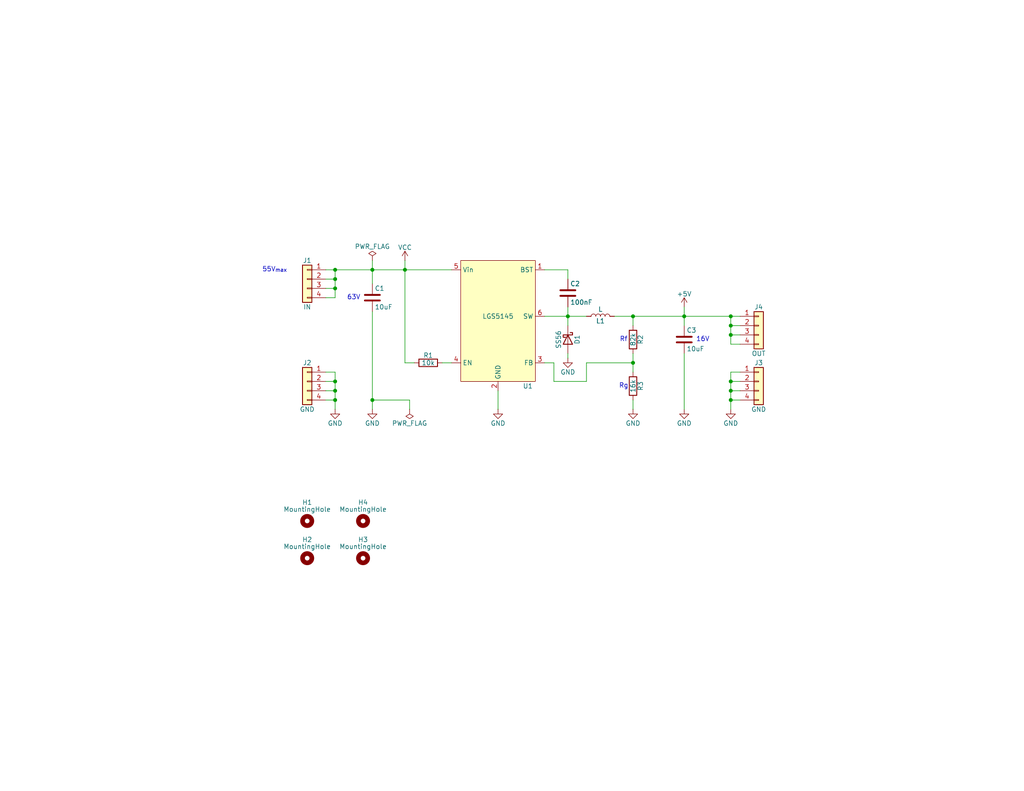
<source format=kicad_sch>
(kicad_sch (version 20231120) (generator "eeschema") (generator_version "8.0")
  (paper "A")
  (title_block (title "LGS5145 DCDC Converter Test Board") (date "2024-03-22") (company "Perry Leaums"))
  (lib_symbols
    (symbol "Connector_Generic:Conn_01x04" (pin_names (offset 1.016) hide)
      (property "Reference" "J" (at 0 5.08 0))
      (property "Value" "Conn_01x04" (at 0 -7.62 0))
      (symbol "Conn_01x04_1_1"
        (rectangle (start -1.27 -4.953) (end 0 -5.207) (stroke (width 0.1524)))
        (rectangle (start -1.27 -2.413) (end 0 -2.667) (stroke (width 0.1524)))
        (rectangle (start -1.27 0.127) (end 0 -0.127) (stroke (width 0.1524)))
        (rectangle (start -1.27 2.667) (end 0 2.413) (stroke (width 0.1524)))
        (rectangle (start -1.27 3.81) (end 1.27 -6.35) (stroke (width 0.254)) (fill (type background)))
        (pin passive line (at -5.08 2.54 0) (length 3.81) (name "Pin_1") (number "1"))
        (pin passive line (at -5.08 0 0) (length 3.81) (name "Pin_2") (number "2"))
        (pin passive line (at -5.08 -2.54 0) (length 3.81) (name "Pin_3") (number "3"))
        (pin passive line (at -5.08 -5.08 0) (length 3.81) (name "Pin_4") (number "4"))
      )
    )
    (symbol "Device:C" (pin_numbers hide) (pin_names (offset 0.254))
      (property "Reference" "C" (at 0.635 2.54 0))
      (property "Value" "C" (at 0.635 -2.54 0))
      (symbol "C_0_1"
        (polyline (pts (xy -2.032 -0.762) (xy 2.032 -0.762)) (stroke (width 0.508)))
        (polyline (pts (xy -2.032 0.762) (xy 2.032 0.762)) (stroke (width 0.508)))
      )
      (symbol "C_1_1"
        (pin passive line (at 0 3.81 270) (length 2.794) (name "~") (number "1"))
        (pin passive line (at 0 -3.81 90) (length 2.794) (name "~") (number "2"))
      )
    )
    (symbol "Device:D_Schottky" (pin_numbers hide) (pin_names (offset 1.016) hide)
      (property "Reference" "D" (at 0 2.54 0))
      (property "Value" "D_Schottky" (at 0 -2.54 0))
      (symbol "D_Schottky_0_1"
        (polyline (pts (xy 1.27 0) (xy -1.27 0)))
        (polyline (pts (xy 1.27 1.27) (xy 1.27 -1.27) (xy -1.27 0) (xy 1.27 1.27)) (stroke (width 0.254)))
        (polyline (pts (xy -1.905 0.635) (xy -1.905 1.27) (xy -1.27 1.27) (xy -1.27 -1.27) (xy -0.635 -1.27) (xy -0.635 -0.635)) (stroke (width 0.254)))
      )
      (symbol "D_Schottky_1_1"
        (pin passive line (at -3.81 0 0) (length 2.54) (name "K") (number "1"))
        (pin passive line (at 3.81 0 180) (length 2.54) (name "A") (number "2"))
      )
    )
    (symbol "Device:L" (pin_numbers hide) (pin_names (offset 1.016) hide)
      (property "Reference" "L" (at -1.27 0 90))
      (property "Value" "L" (at 1.905 0 90))
      (symbol "L_0_1"
        (arc (start 0 -2.54) (mid 0.6323 -1.905) (end 0 -1.27))
        (arc (start 0 -1.27) (mid 0.6323 -0.635) (end 0 0))
        (arc (start 0 0) (mid 0.6323 0.635) (end 0 1.27))
        (arc (start 0 1.27) (mid 0.6323 1.905) (end 0 2.54))
      )
      (symbol "L_1_1"
        (pin passive line (at 0 3.81 270) (length 1.27) (name "1") (number "1"))
        (pin passive line (at 0 -3.81 90) (length 1.27) (name "2") (number "2"))
      )
    )
    (symbol "Device:R" (pin_numbers hide) (pin_names (offset 0))
      (property "Reference" "R" (at 2.032 0 90))
      (property "Value" "R" (at 0 0 90))
      (symbol "R_0_1"
        (rectangle (start -1.016 -2.54) (end 1.016 2.54) (stroke (width 0.254)))
      )
      (symbol "R_1_1"
        (pin passive line (at 0 3.81 270) (length 1.27) (name "~") (number "1"))
        (pin passive line (at 0 -3.81 90) (length 1.27) (name "~") (number "2"))
      )
    )
    (symbol "Mechanical:MountingHole" (pin_names (offset 1.016))
      (property "Reference" "H" (at 0 5.08 0))
      (property "Value" "MountingHole" (at 0 3.175 0))
      (symbol "MountingHole_0_1"
        (circle (center 0 0) (radius 1.27) (stroke (width 1.27)))
      )
    )
    (symbol "pl_dcdc:LGS5145"
      (property "Reference" "U" (at 8.128 -19.05 0))
      (property "Value" "LGS5145" (at 0 0 0))
      (symbol "LGS5145_1_1"
        (rectangle (start -10.16 15.24) (end 10.16 -17.78) (fill (type background)))
        (pin passive line (at 12.7 12.7 180) (length 2.54) (name "BST") (number "1"))
        (pin power_in line (at 0 -20.32 90) (length 2.54) (name "GND") (number "2"))
        (pin input line (at 12.7 -12.7 180) (length 2.54) (name "FB") (number "3"))
        (pin input line (at -12.7 -12.7 0) (length 2.54) (name "EN") (number "4"))
        (pin power_in line (at -12.7 12.7 0) (length 2.54) (name "Vin") (number "5"))
        (pin output line (at 12.7 0 180) (length 2.54) (name "SW") (number "6"))
      )
    )
    (symbol "power:+5V" (power) (pin_numbers hide) (pin_names (offset 0) hide)
      (property "Value" "+5V" (at 0 3.556 0))
      (symbol "+5V_0_1"
        (polyline (pts (xy -0.762 1.27) (xy 0 2.54)))
        (polyline (pts (xy 0 0) (xy 0 2.54)))
        (polyline (pts (xy 0 2.54) (xy 0.762 1.27)))
      )
      (symbol "+5V_1_1"
        (pin power_in line (at 0 0 90) (length 0) (name "~") (number "1"))
      )
    )
    (symbol "power:GND" (power) (pin_numbers hide) (pin_names (offset 0) hide)
      (property "Value" "GND" (at 0 -3.81 0))
      (symbol "GND_0_1"
        (polyline (pts (xy 0 0) (xy 0 -1.27) (xy 1.27 -1.27) (xy 0 -2.54) (xy -1.27 -1.27) (xy 0 -1.27)))
      )
      (symbol "GND_1_1"
        (pin power_in line (at 0 0 270) (length 0) (name "~") (number "1"))
      )
    )
    (symbol "power:PWR_FLAG" (power) (pin_numbers hide) (pin_names (offset 0) hide)
      (property "Value" "PWR_FLAG" (at 0 3.81 0))
      (symbol "PWR_FLAG_0_0"
        (pin power_out line (at 0 0 90) (length 0) (name "~") (number "1"))
      )
      (symbol "PWR_FLAG_0_1"
        (polyline (pts (xy 0 0) (xy 0 1.27) (xy -1.016 1.905) (xy 0 2.54) (xy 1.016 1.905) (xy 0 1.27)))
      )
    )
    (symbol "power:VCC" (power) (pin_numbers hide) (pin_names (offset 0) hide)
      (property "Value" "VCC" (at 0 3.556 0))
      (symbol "VCC_0_1"
        (polyline (pts (xy -0.762 1.27) (xy 0 2.54)))
        (polyline (pts (xy 0 0) (xy 0 2.54)))
        (polyline (pts (xy 0 2.54) (xy 0.762 1.27)))
      )
      (symbol "VCC_1_1"
        (pin power_in line (at 0 0 90) (length 0) (name "~") (number "1"))
      )
    )
  )
  (junction (at 199.39 106.68))
  (junction (at 91.44 78.74))
  (junction (at 101.6 109.22))
  (junction (at 91.44 106.68))
  (junction (at 186.69 86.36))
  (junction (at 91.44 76.2))
  (junction (at 172.72 86.36))
  (junction (at 199.39 109.22))
  (junction (at 110.49 73.66))
  (junction (at 101.6 73.66))
  (junction (at 91.44 73.66))
  (junction (at 91.44 109.22))
  (junction (at 199.39 88.9))
  (junction (at 91.44 104.14))
  (junction (at 172.72 99.06))
  (junction (at 199.39 86.36))
  (junction (at 154.94 86.36))
  (junction (at 199.39 91.44))
  (junction (at 199.39 104.14))
  (wire (pts (xy 160.02 99.06) (xy 172.72 99.06)))
  (wire (pts (xy 88.9 109.22) (xy 91.44 109.22)))
  (wire (pts (xy 135.89 106.68) (xy 135.89 111.76)))
  (wire (pts (xy 186.69 86.36) (xy 199.39 86.36)))
  (wire (pts (xy 110.49 99.06) (xy 110.49 73.66)))
  (wire (pts (xy 154.94 86.36) (xy 160.02 86.36)))
  (wire (pts (xy 91.44 78.74) (xy 91.44 76.2)))
  (wire (pts (xy 172.72 99.06) (xy 172.72 101.6)))
  (wire (pts (xy 101.6 71.12) (xy 101.6 73.66)))
  (wire (pts (xy 113.03 99.06) (xy 110.49 99.06)))
  (wire (pts (xy 167.64 86.36) (xy 172.72 86.36)))
  (wire (pts (xy 186.69 86.36) (xy 186.69 88.9)))
  (wire (pts (xy 91.44 104.14) (xy 91.44 101.6)))
  (wire (pts (xy 199.39 104.14) (xy 201.93 104.14)))
  (wire (pts (xy 91.44 101.6) (xy 88.9 101.6)))
  (wire (pts (xy 199.39 101.6) (xy 201.93 101.6)))
  (wire (pts (xy 199.39 106.68) (xy 201.93 106.68)))
  (wire (pts (xy 91.44 111.76) (xy 91.44 109.22)))
  (wire (pts (xy 160.02 104.14) (xy 160.02 99.06)))
  (wire (pts (xy 199.39 86.36) (xy 199.39 88.9)))
  (wire (pts (xy 199.39 91.44) (xy 201.93 91.44)))
  (wire (pts (xy 154.94 86.36) (xy 154.94 88.9)))
  (wire (pts (xy 199.39 88.9) (xy 201.93 88.9)))
  (wire (pts (xy 91.44 109.22) (xy 91.44 106.68)))
  (wire (pts (xy 148.59 99.06) (xy 151.13 99.06)))
  (wire (pts (xy 120.65 99.06) (xy 123.19 99.06)))
  (wire (pts (xy 88.9 78.74) (xy 91.44 78.74)))
  (wire (pts (xy 111.76 111.76) (xy 111.76 109.22)))
  (wire (pts (xy 154.94 76.2) (xy 154.94 73.66)))
  (wire (pts (xy 91.44 76.2) (xy 91.44 73.66)))
  (wire (pts (xy 199.39 88.9) (xy 199.39 91.44)))
  (wire (pts (xy 199.39 106.68) (xy 199.39 104.14)))
  (wire (pts (xy 186.69 96.52) (xy 186.69 111.76)))
  (wire (pts (xy 91.44 73.66) (xy 101.6 73.66)))
  (wire (pts (xy 199.39 109.22) (xy 199.39 106.68)))
  (wire (pts (xy 101.6 73.66) (xy 110.49 73.66)))
  (wire (pts (xy 91.44 106.68) (xy 91.44 104.14)))
  (wire (pts (xy 110.49 73.66) (xy 123.19 73.66)))
  (wire (pts (xy 111.76 109.22) (xy 101.6 109.22)))
  (wire (pts (xy 101.6 85.09) (xy 101.6 109.22)))
  (wire (pts (xy 199.39 91.44) (xy 199.39 93.98)))
  (wire (pts (xy 201.93 93.98) (xy 199.39 93.98)))
  (wire (pts (xy 88.9 76.2) (xy 91.44 76.2)))
  (wire (pts (xy 101.6 109.22) (xy 101.6 111.76)))
  (wire (pts (xy 154.94 73.66) (xy 148.59 73.66)))
  (wire (pts (xy 199.39 104.14) (xy 199.39 101.6)))
  (wire (pts (xy 101.6 77.47) (xy 101.6 73.66)))
  (wire (pts (xy 148.59 86.36) (xy 154.94 86.36)))
  (wire (pts (xy 172.72 86.36) (xy 172.72 88.9)))
  (wire (pts (xy 172.72 96.52) (xy 172.72 99.06)))
  (wire (pts (xy 154.94 96.52) (xy 154.94 97.79)))
  (wire (pts (xy 199.39 111.76) (xy 199.39 109.22)))
  (wire (pts (xy 199.39 86.36) (xy 201.93 86.36)))
  (wire (pts (xy 110.49 71.12) (xy 110.49 73.66)))
  (wire (pts (xy 172.72 109.22) (xy 172.72 111.76)))
  (wire (pts (xy 88.9 106.68) (xy 91.44 106.68)))
  (wire (pts (xy 154.94 83.82) (xy 154.94 86.36)))
  (wire (pts (xy 88.9 104.14) (xy 91.44 104.14)))
  (wire (pts (xy 91.44 81.28) (xy 91.44 78.74)))
  (wire (pts (xy 88.9 73.66) (xy 91.44 73.66)))
  (wire (pts (xy 199.39 109.22) (xy 201.93 109.22)))
  (wire (pts (xy 151.13 104.14) (xy 160.02 104.14)))
  (wire (pts (xy 151.13 99.06) (xy 151.13 104.14)))
  (wire (pts (xy 186.69 83.82) (xy 186.69 86.36)))
  (wire (pts (xy 88.9 81.28) (xy 91.44 81.28)))
  (wire (pts (xy 172.72 86.36) (xy 186.69 86.36)))
  (text "55V_{max}" (at 74.93 73.66 0) (effects (font (size 1.27 1.27))))
  (text "Rg" (at 170.18 105.41 0) (effects (font (size 1.27 1.27))))
  (text "Rf" (at 170.18 92.71 0) (effects (font (size 1.27 1.27))))
  (text "63V" (at 96.52 81.28 0) (effects (font (size 1.27 1.27))))
  (text "16V" (at 191.77 92.71 0) (effects (font (size 1.27 1.27))))
  (symbol (lib_id "Device:C") (at 101.6 81.28 0) (unit 1)
    (property "Reference" "C1" (at 102.235 78.74 0) (effects (justify left)))
    (property "Value" "10uF" (at 102.235 83.82 0) (effects (justify left)))
    (property "Footprint" "Capacitor_SMD:C_1210_3225Metric_Pad1.33x2.70mm_HandSolder" (effects (hide yes)))
    (property "Description" "Unpolarized capacitor" (effects (hide yes)))
  )
  (symbol (lib_id "power:+5V") (at 186.69 83.82 0) (unit 1)
    (property "Reference" "#PWR08" (effects (hide yes)))
    (property "Value" "+5V" (at 186.69 80.264 0))
    (property "Description" "Power symbol creates a global label with name \"+5V\"" (effects (hide yes)))
  )
  (symbol (lib_id "Connector_Generic:Conn_01x04") (at 83.82 76.2 0) (mirror y) (unit 1)
    (property "Reference" "J1" (at 83.82 71.12 0))
    (property "Value" "IN" (at 83.82 83.82 0))
    (property "Footprint" "pl_mill:PinHeader_1x04_P2.54mm_Vertical" (effects (hide yes)))
    (property "Description" "Generic connector, single row, 01x04, script generated (kicad-library-utils/schlib/autogen/connector/)" (effects (hide yes)))
  )
  (symbol (lib_id "Device:C") (at 154.94 80.01 0) (unit 1)
    (property "Reference" "C2" (at 155.575 77.47 0) (effects (justify left)))
    (property "Value" "100nF" (at 155.575 82.55 0) (effects (justify left)))
    (property "Footprint" "Capacitor_SMD:C_0805_2012Metric_Pad1.18x1.45mm_HandSolder" (effects (hide yes)))
    (property "Description" "Unpolarized capacitor" (effects (hide yes)))
  )
  (symbol (lib_id "power:VCC") (at 110.49 71.12 0) (unit 1)
    (property "Reference" "#PWR09" (effects (hide yes)))
    (property "Value" "VCC" (at 110.49 67.564 0))
    (property "Description" "Power symbol creates a global label with name \"VCC\"" (effects (hide yes)))
  )
  (symbol (lib_id "power:GND") (at 186.69 111.76 0) (unit 1)
    (property "Reference" "#PWR07" (effects (hide yes)))
    (property "Value" "GND" (at 186.69 115.57 0))
    (property "Description" "Power symbol creates a global label with name \"GND\" , ground" (effects (hide yes)))
  )
  (symbol (lib_id "power:GND") (at 154.94 97.79 0) (unit 1)
    (property "Reference" "#PWR05" (effects (hide yes)))
    (property "Value" "GND" (at 154.94 101.6 0))
    (property "Description" "Power symbol creates a global label with name \"GND\" , ground" (effects (hide yes)))
  )
  (symbol (lib_id "power:GND") (at 91.44 111.76 0) (unit 1)
    (property "Reference" "#PWR03" (effects (hide yes)))
    (property "Value" "GND" (at 91.44 115.57 0))
    (property "Description" "Power symbol creates a global label with name \"GND\" , ground" (effects (hide yes)))
  )
  (symbol (lib_id "power:PWR_FLAG") (at 101.6 71.12 0) (unit 1)
    (property "Reference" "#FLG01" (effects (hide yes)))
    (property "Value" "PWR_FLAG" (at 101.6 67.31 0))
    (property "Description" "Special symbol for telling ERC where power comes from" (effects (hide yes)))
  )
  (symbol (lib_id "pl_dcdc:LGS5145") (at 135.89 86.36 0) (unit 1)
    (property "Reference" "U1" (at 144.018 105.41 0))
    (property "Value" "LGS5145" (at 135.89 86.36 0))
    (property "Footprint" "Package_TO_SOT_SMD:SOT-23-6" (effects (hide yes)))
  )
  (symbol (lib_id "Connector_Generic:Conn_01x04") (at 83.82 104.14 0) (mirror y) (unit 1)
    (property "Reference" "J2" (at 83.82 99.06 0))
    (property "Value" "GND" (at 83.82 111.76 0))
    (property "Footprint" "pl_mill:PinHeader_1x04_P2.54mm_Vertical" (effects (hide yes)))
    (property "Description" "Generic connector, single row, 01x04, script generated (kicad-library-utils/schlib/autogen/connector/)" (effects (hide yes)))
  )
  (symbol (lib_id "Connector_Generic:Conn_01x04") (at 207.01 88.9 0) (unit 1)
    (property "Reference" "J4" (at 207.01 83.82 0))
    (property "Value" "OUT" (at 207.01 96.52 0))
    (property "Footprint" "pl_mill:PinHeader_1x04_P2.54mm_Vertical" (effects (hide yes)))
    (property "Description" "Generic connector, single row, 01x04, script generated (kicad-library-utils/schlib/autogen/connector/)" (effects (hide yes)))
  )
  (symbol (lib_id "Device:L") (at 163.83 86.36 90) (unit 1)
    (property "Reference" "L1" (at 163.83 87.63 90))
    (property "Value" "L" (at 163.83 84.455 90))
    (property "Footprint" "Inductor_SMD:L_Vishay_IHLP-2525" (effects (hide yes)))
    (property "Description" "Inductor" (effects (hide yes)))
  )
  (symbol (lib_id "power:GND") (at 199.39 111.76 0) (unit 1)
    (property "Reference" "#PWR06" (effects (hide yes)))
    (property "Value" "GND" (at 199.39 115.57 0))
    (property "Description" "Power symbol creates a global label with name \"GND\" , ground" (effects (hide yes)))
  )
  (symbol (lib_id "Mechanical:MountingHole") (at 99.06 152.4 0) (unit 1) (in_bom no)
    (property "Reference" "H3" (at 99.06 147.32 0))
    (property "Value" "MountingHole" (at 99.06 149.225 0))
    (property "Footprint" "MountingHole:MountingHole_3.2mm_M3" (effects (hide yes)))
    (property "Description" "Mounting Hole without connection" (effects (hide yes)))
  )
  (symbol (lib_id "power:GND") (at 135.89 111.76 0) (unit 1)
    (property "Reference" "#PWR01" (effects (hide yes)))
    (property "Value" "GND" (at 135.89 115.57 0))
    (property "Description" "Power symbol creates a global label with name \"GND\" , ground" (effects (hide yes)))
  )
  (symbol (lib_id "Device:D_Schottky") (at 154.94 92.71 270) (unit 1)
    (property "Reference" "D1" (at 157.48 92.71 0))
    (property "Value" "SS56" (at 152.4 92.71 0))
    (property "Footprint" "Diode_SMD:D_SMA_Handsoldering" (effects (hide yes)))
    (property "Description" "Schottky diode" (effects (hide yes)))
  )
  (symbol (lib_id "power:GND") (at 172.72 111.76 0) (unit 1)
    (property "Reference" "#PWR04" (effects (hide yes)))
    (property "Value" "GND" (at 172.72 115.57 0))
    (property "Description" "Power symbol creates a global label with name \"GND\" , ground" (effects (hide yes)))
  )
  (symbol (lib_id "Mechanical:MountingHole") (at 83.82 142.24 0) (unit 1) (in_bom no)
    (property "Reference" "H1" (at 83.82 137.16 0))
    (property "Value" "MountingHole" (at 83.82 139.065 0))
    (property "Footprint" "MountingHole:MountingHole_3.2mm_M3" (effects (hide yes)))
    (property "Description" "Mounting Hole without connection" (effects (hide yes)))
  )
  (symbol (lib_id "Device:R") (at 172.72 92.71 0) (unit 1)
    (property "Reference" "R2" (at 174.752 92.71 90))
    (property "Value" "82k" (at 172.72 92.71 90))
    (property "Footprint" "Resistor_SMD:R_0603_1608Metric_Pad0.98x0.95mm_HandSolder" (effects (hide yes)))
    (property "Description" "Resistor" (effects (hide yes)))
  )
  (symbol (lib_id "Mechanical:MountingHole") (at 83.82 152.4 0) (unit 1) (in_bom no)
    (property "Reference" "H2" (at 83.82 147.32 0))
    (property "Value" "MountingHole" (at 83.82 149.225 0))
    (property "Footprint" "MountingHole:MountingHole_3.2mm_M3" (effects (hide yes)))
    (property "Description" "Mounting Hole without connection" (effects (hide yes)))
  )
  (symbol (lib_id "Mechanical:MountingHole") (at 99.06 142.24 0) (unit 1) (in_bom no)
    (property "Reference" "H4" (at 99.06 137.16 0))
    (property "Value" "MountingHole" (at 99.06 139.065 0))
    (property "Footprint" "MountingHole:MountingHole_3.2mm_M3" (effects (hide yes)))
    (property "Description" "Mounting Hole without connection" (effects (hide yes)))
  )
  (symbol (lib_id "Device:R") (at 116.84 99.06 90) (unit 1)
    (property "Reference" "R1" (at 116.84 97.028 90))
    (property "Value" "10k" (at 116.84 99.06 90))
    (property "Footprint" "Resistor_SMD:R_0603_1608Metric_Pad0.98x0.95mm_HandSolder" (effects (hide yes)))
    (property "Description" "Resistor" (effects (hide yes)))
  )
  (symbol (lib_id "Device:C") (at 186.69 92.71 0) (unit 1)
    (property "Reference" "C3" (at 187.325 90.17 0) (effects (justify left)))
    (property "Value" "10uF" (at 187.325 95.25 0) (effects (justify left)))
    (property "Footprint" "Capacitor_SMD:C_1210_3225Metric_Pad1.33x2.70mm_HandSolder" (effects (hide yes)))
    (property "Description" "Unpolarized capacitor" (effects (hide yes)))
  )
  (symbol (lib_id "power:PWR_FLAG") (at 111.76 111.76 180) (unit 1)
    (property "Reference" "#FLG02" (effects (hide yes)))
    (property "Value" "PWR_FLAG" (at 111.76 115.57 0))
    (property "Description" "Special symbol for telling ERC where power comes from" (effects (hide yes)))
  )
  (symbol (lib_id "Connector_Generic:Conn_01x04") (at 207.01 104.14 0) (unit 1)
    (property "Reference" "J3" (at 207.01 99.06 0))
    (property "Value" "GND" (at 207.01 111.76 0))
    (property "Footprint" "pl_mill:PinHeader_1x04_P2.54mm_Vertical" (effects (hide yes)))
    (property "Description" "Generic connector, single row, 01x04, script generated (kicad-library-utils/schlib/autogen/connector/)" (effects (hide yes)))
  )
  (symbol (lib_id "Device:R") (at 172.72 105.41 0) (unit 1)
    (property "Reference" "R3" (at 174.752 105.41 90))
    (property "Value" "16k" (at 172.72 105.41 90))
    (property "Footprint" "Resistor_SMD:R_0603_1608Metric_Pad0.98x0.95mm_HandSolder" (effects (hide yes)))
    (property "Description" "Resistor" (effects (hide yes)))
  )
  (symbol (lib_id "power:GND") (at 101.6 111.76 0) (unit 1)
    (property "Reference" "#PWR02" (effects (hide yes)))
    (property "Value" "GND" (at 101.6 115.57 0))
    (property "Description" "Power symbol creates a global label with name \"GND\" , ground" (effects (hide yes)))
  )
)
</source>
